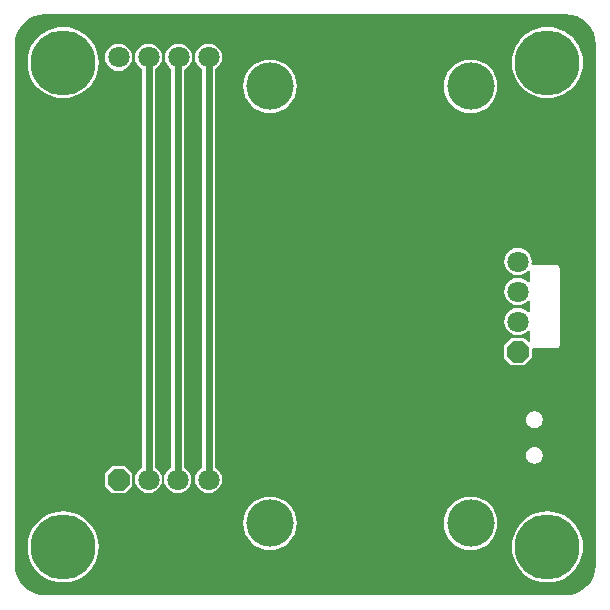
<source format=gbl>
G04 Layer_Physical_Order=2*
G04 Layer_Color=16711680*
%FSLAX44Y44*%
%MOMM*%
G71*
G01*
G75*
%ADD14C,0.6000*%
%ADD15P,1.9483X8X112.5*%
%ADD16C,1.8000*%
%ADD17P,1.9483X8X22.5*%
%ADD18C,4.0000*%
%ADD19C,5.5000*%
G36*
X475109Y495686D02*
X480022Y494196D01*
X484550Y491776D01*
X488518Y488519D01*
X491776Y484550D01*
X494196Y480022D01*
X495686Y475109D01*
X496165Y470248D01*
X496115Y470000D01*
X496115Y30000D01*
X496165Y29752D01*
X495686Y24891D01*
X494196Y19978D01*
X491776Y15450D01*
X488518Y11482D01*
X484550Y8225D01*
X480022Y5804D01*
X475109Y4314D01*
X471250Y3934D01*
X470000Y3885D01*
X470000Y3885D01*
X468730Y3885D01*
X31269Y3885D01*
X30000Y3885D01*
X28750Y3934D01*
X24891Y4314D01*
X19978Y5804D01*
X15450Y8225D01*
X11481Y11482D01*
X8225Y15450D01*
X5804Y19978D01*
X4314Y24891D01*
X3934Y28751D01*
X3885Y30000D01*
X3885Y30000D01*
X3885Y31252D01*
X3885Y470000D01*
X3835Y470248D01*
X4314Y475109D01*
X5804Y480022D01*
X8225Y484550D01*
X11481Y488519D01*
X15450Y491776D01*
X19978Y494196D01*
X24891Y495686D01*
X29752Y496165D01*
X30000Y496115D01*
X470000Y496115D01*
X470248Y496165D01*
X475109Y495686D01*
D02*
G37*
%LPC*%
G36*
X142700Y471139D02*
X139688Y470743D01*
X136880Y469580D01*
X134470Y467730D01*
X132620Y465320D01*
X131457Y462513D01*
X131060Y459500D01*
X131457Y456488D01*
X132620Y453680D01*
X134470Y451270D01*
X136351Y449826D01*
Y112151D01*
X136180Y112080D01*
X133770Y110230D01*
X131920Y107820D01*
X130757Y105013D01*
X130360Y102000D01*
X130757Y98988D01*
X131920Y96180D01*
X133770Y93770D01*
X136180Y91920D01*
X138988Y90757D01*
X142000Y90360D01*
X145013Y90757D01*
X147820Y91920D01*
X150230Y93770D01*
X152080Y96180D01*
X153243Y98988D01*
X153639Y102000D01*
X153243Y105013D01*
X152080Y107820D01*
X150230Y110230D01*
X147820Y112080D01*
X147648Y112151D01*
Y449059D01*
X148520Y449420D01*
X150930Y451270D01*
X152780Y453680D01*
X153943Y456488D01*
X154340Y459500D01*
X153943Y462513D01*
X152780Y465320D01*
X150930Y467730D01*
X148520Y469580D01*
X145712Y470743D01*
X142700Y471139D01*
D02*
G37*
G36*
X117300D02*
X114288Y470743D01*
X111480Y469580D01*
X109070Y467730D01*
X107220Y465320D01*
X106057Y462513D01*
X105660Y459500D01*
X106057Y456488D01*
X107220Y453680D01*
X109070Y451270D01*
X111480Y449420D01*
X111651Y449349D01*
Y112151D01*
X111480Y112080D01*
X109070Y110230D01*
X107220Y107820D01*
X106057Y105013D01*
X105660Y102000D01*
X106057Y98988D01*
X107220Y96180D01*
X109070Y93770D01*
X111480Y91920D01*
X114288Y90757D01*
X117300Y90360D01*
X120312Y90757D01*
X123120Y91920D01*
X125530Y93770D01*
X127380Y96180D01*
X128543Y98988D01*
X128940Y102000D01*
X128543Y105013D01*
X127380Y107820D01*
X125530Y110230D01*
X123120Y112080D01*
X122949Y112151D01*
Y449349D01*
X123120Y449420D01*
X125530Y451270D01*
X127380Y453680D01*
X128543Y456488D01*
X128940Y459500D01*
X128543Y462513D01*
X127380Y465320D01*
X125530Y467730D01*
X123120Y469580D01*
X120312Y470743D01*
X117300Y471139D01*
D02*
G37*
G36*
X96400Y113590D02*
X87400D01*
X86409Y113393D01*
X85569Y112831D01*
X81069Y108331D01*
X80507Y107491D01*
X80310Y106500D01*
Y97500D01*
X80507Y96509D01*
X81069Y95669D01*
X85569Y91169D01*
X86409Y90607D01*
X87400Y90410D01*
X96400D01*
X97391Y90607D01*
X98231Y91169D01*
X102731Y95669D01*
X103293Y96509D01*
X103490Y97500D01*
Y106500D01*
X103293Y107491D01*
X102731Y108331D01*
X98231Y112831D01*
X97391Y113393D01*
X96400Y113590D01*
D02*
G37*
G36*
X168100Y471139D02*
X165088Y470743D01*
X162280Y469580D01*
X159870Y467730D01*
X158020Y465320D01*
X156857Y462513D01*
X156460Y459500D01*
X156857Y456488D01*
X158020Y453680D01*
X159870Y451270D01*
X162280Y449420D01*
X162451Y449349D01*
Y112151D01*
X162280Y112080D01*
X159870Y110230D01*
X158020Y107820D01*
X156857Y105013D01*
X156460Y102000D01*
X156857Y98988D01*
X158020Y96180D01*
X159870Y93770D01*
X162280Y91920D01*
X165088Y90757D01*
X168100Y90360D01*
X171112Y90757D01*
X173920Y91920D01*
X176330Y93770D01*
X178180Y96180D01*
X179343Y98988D01*
X179739Y102000D01*
X179343Y105013D01*
X178180Y107820D01*
X176330Y110230D01*
X173920Y112080D01*
X173748Y112151D01*
Y449349D01*
X173920Y449420D01*
X176330Y451270D01*
X178180Y453680D01*
X179343Y456488D01*
X179739Y459500D01*
X179343Y462513D01*
X178180Y465320D01*
X176330Y467730D01*
X173920Y469580D01*
X171112Y470743D01*
X168100Y471139D01*
D02*
G37*
G36*
X455000Y75133D02*
X450286Y74762D01*
X445688Y73658D01*
X441320Y71849D01*
X437288Y69378D01*
X433693Y66307D01*
X430622Y62712D01*
X428151Y58680D01*
X426342Y54312D01*
X425238Y49714D01*
X424867Y45000D01*
X425238Y40286D01*
X426342Y35689D01*
X428151Y31320D01*
X430622Y27288D01*
X433693Y23693D01*
X437288Y20622D01*
X441320Y18152D01*
X445688Y16342D01*
X450286Y15238D01*
X455000Y14867D01*
X459714Y15238D01*
X464312Y16342D01*
X468680Y18152D01*
X472712Y20622D01*
X476307Y23693D01*
X479378Y27288D01*
X481849Y31320D01*
X483658Y35689D01*
X484762Y40286D01*
X485133Y45000D01*
X484762Y49714D01*
X483658Y54312D01*
X481849Y58680D01*
X479378Y62712D01*
X476307Y66307D01*
X472712Y69378D01*
X468680Y71849D01*
X464312Y73658D01*
X459714Y74762D01*
X455000Y75133D01*
D02*
G37*
G36*
X45000D02*
X40286Y74762D01*
X35688Y73658D01*
X31320Y71849D01*
X27288Y69378D01*
X23693Y66307D01*
X20622Y62712D01*
X18151Y58680D01*
X16342Y54312D01*
X15238Y49714D01*
X14867Y45000D01*
X15238Y40286D01*
X16342Y35689D01*
X18151Y31320D01*
X20622Y27288D01*
X23693Y23693D01*
X27288Y20622D01*
X31320Y18152D01*
X35688Y16342D01*
X40286Y15238D01*
X45000Y14867D01*
X49714Y15238D01*
X54311Y16342D01*
X58680Y18152D01*
X62712Y20622D01*
X66307Y23693D01*
X69378Y27288D01*
X71849Y31320D01*
X73658Y35689D01*
X74762Y40286D01*
X75133Y45000D01*
X74762Y49714D01*
X73658Y54312D01*
X71849Y58680D01*
X69378Y62712D01*
X66307Y66307D01*
X62712Y69378D01*
X58680Y71849D01*
X54311Y73658D01*
X49714Y74762D01*
X45000Y75133D01*
D02*
G37*
G36*
X390000Y87649D02*
X385581Y87214D01*
X381333Y85925D01*
X377417Y83832D01*
X373985Y81015D01*
X371168Y77583D01*
X369075Y73667D01*
X367786Y69419D01*
X367351Y65000D01*
X367786Y60581D01*
X369075Y56333D01*
X371168Y52417D01*
X373985Y48985D01*
X377417Y46168D01*
X381333Y44075D01*
X385581Y42786D01*
X390000Y42351D01*
X394419Y42786D01*
X398667Y44075D01*
X402583Y46168D01*
X406015Y48985D01*
X408832Y52417D01*
X410925Y56333D01*
X412214Y60581D01*
X412649Y65000D01*
X412214Y69419D01*
X410925Y73667D01*
X408832Y77583D01*
X406015Y81015D01*
X402583Y83832D01*
X398667Y85925D01*
X394419Y87214D01*
X390000Y87649D01*
D02*
G37*
G36*
X220000D02*
X215581Y87214D01*
X211333Y85925D01*
X207417Y83832D01*
X203985Y81015D01*
X201168Y77583D01*
X199075Y73667D01*
X197786Y69419D01*
X197351Y65000D01*
X197786Y60581D01*
X199075Y56333D01*
X201168Y52417D01*
X203985Y48985D01*
X207417Y46168D01*
X211333Y44075D01*
X215581Y42786D01*
X220000Y42351D01*
X224419Y42786D01*
X228667Y44075D01*
X232583Y46168D01*
X236015Y48985D01*
X238832Y52417D01*
X240925Y56333D01*
X242214Y60581D01*
X242649Y65000D01*
X242214Y69419D01*
X240925Y73667D01*
X238832Y77583D01*
X236015Y81015D01*
X232583Y83832D01*
X228667Y85925D01*
X224419Y87214D01*
X220000Y87649D01*
D02*
G37*
G36*
X45000Y485133D02*
X40286Y484762D01*
X35688Y483658D01*
X31320Y481849D01*
X27288Y479378D01*
X23693Y476307D01*
X20622Y472712D01*
X18151Y468680D01*
X16342Y464312D01*
X15238Y459714D01*
X14867Y455000D01*
X15238Y450286D01*
X16342Y445689D01*
X18151Y441320D01*
X20622Y437288D01*
X23693Y433693D01*
X27288Y430622D01*
X31320Y428152D01*
X35688Y426342D01*
X40286Y425238D01*
X45000Y424867D01*
X49714Y425238D01*
X54311Y426342D01*
X58680Y428152D01*
X62712Y430622D01*
X66307Y433693D01*
X69378Y437288D01*
X71849Y441320D01*
X73658Y445689D01*
X74762Y450286D01*
X75133Y455000D01*
X74762Y459714D01*
X73658Y464312D01*
X71849Y468680D01*
X69378Y472712D01*
X66307Y476307D01*
X62712Y479378D01*
X58680Y481849D01*
X54311Y483658D01*
X49714Y484762D01*
X45000Y485133D01*
D02*
G37*
G36*
X390000Y457649D02*
X385581Y457214D01*
X381333Y455925D01*
X377417Y453832D01*
X373985Y451015D01*
X371168Y447583D01*
X369075Y443667D01*
X367786Y439419D01*
X367351Y435000D01*
X367786Y430582D01*
X369075Y426333D01*
X371168Y422417D01*
X373985Y418985D01*
X377417Y416168D01*
X381333Y414075D01*
X385581Y412786D01*
X390000Y412351D01*
X394419Y412786D01*
X398667Y414075D01*
X402583Y416168D01*
X406015Y418985D01*
X408832Y422417D01*
X410925Y426333D01*
X412214Y430582D01*
X412649Y435000D01*
X412214Y439419D01*
X410925Y443667D01*
X408832Y447583D01*
X406015Y451015D01*
X402583Y453832D01*
X398667Y455925D01*
X394419Y457214D01*
X390000Y457649D01*
D02*
G37*
G36*
X91900Y471139D02*
X88888Y470743D01*
X86080Y469580D01*
X83670Y467730D01*
X81820Y465320D01*
X80657Y462513D01*
X80260Y459500D01*
X80657Y456488D01*
X81820Y453680D01*
X83670Y451270D01*
X86080Y449420D01*
X88888Y448257D01*
X91900Y447860D01*
X94913Y448257D01*
X97720Y449420D01*
X100130Y451270D01*
X101980Y453680D01*
X103143Y456488D01*
X103539Y459500D01*
X103143Y462513D01*
X101980Y465320D01*
X100130Y467730D01*
X97720Y469580D01*
X94913Y470743D01*
X91900Y471139D01*
D02*
G37*
G36*
X455000Y485133D02*
X450286Y484762D01*
X445688Y483658D01*
X441320Y481849D01*
X437288Y479378D01*
X433693Y476307D01*
X430622Y472712D01*
X428151Y468680D01*
X426342Y464312D01*
X425238Y459714D01*
X424867Y455000D01*
X425238Y450286D01*
X426342Y445689D01*
X428151Y441320D01*
X430622Y437288D01*
X433693Y433693D01*
X437288Y430622D01*
X441320Y428152D01*
X445688Y426342D01*
X450286Y425238D01*
X455000Y424867D01*
X459714Y425238D01*
X464312Y426342D01*
X468680Y428152D01*
X472712Y430622D01*
X476307Y433693D01*
X479378Y437288D01*
X481849Y441320D01*
X483658Y445689D01*
X484762Y450286D01*
X485133Y455000D01*
X484762Y459714D01*
X483658Y464312D01*
X481849Y468680D01*
X479378Y472712D01*
X476307Y476307D01*
X472712Y479378D01*
X468680Y481849D01*
X464312Y483658D01*
X459714Y484762D01*
X455000Y485133D01*
D02*
G37*
G36*
X444505Y159733D02*
X443495D01*
X441739Y159384D01*
X440805Y158997D01*
X439317Y158003D01*
X439317Y158003D01*
X438602Y157288D01*
X438602Y157288D01*
X437608Y155800D01*
X437221Y154866D01*
X436872Y153110D01*
Y152855D01*
X436822Y152605D01*
X436872Y152355D01*
Y152100D01*
X437221Y150344D01*
X437608Y149411D01*
X438602Y147922D01*
X438602Y147922D01*
X439317Y147208D01*
X439317Y147208D01*
X440805Y146213D01*
X441739Y145826D01*
X443495Y145477D01*
X444505D01*
X446261Y145826D01*
X447195Y146213D01*
X448683Y147208D01*
X448683Y147208D01*
X449398Y147922D01*
X449398Y147922D01*
X450392Y149411D01*
X450779Y150344D01*
X451128Y152100D01*
Y152355D01*
X451178Y152605D01*
X451128Y152855D01*
Y153110D01*
X450779Y154866D01*
X450392Y155800D01*
X449398Y157288D01*
X449398Y157288D01*
X448683Y158003D01*
X448683Y158003D01*
X447195Y158997D01*
X446261Y159384D01*
X444505Y159733D01*
D02*
G37*
G36*
Y129733D02*
X443495D01*
X441739Y129384D01*
X440805Y128997D01*
X439317Y128003D01*
X439317Y128003D01*
X438602Y127288D01*
X438602Y127288D01*
X437608Y125800D01*
X437221Y124866D01*
X436872Y123110D01*
Y122855D01*
X436822Y122605D01*
X436872Y122355D01*
Y122100D01*
X437221Y120344D01*
X437608Y119411D01*
X438602Y117922D01*
X438602Y117922D01*
X439317Y117208D01*
X439317Y117208D01*
X440805Y116213D01*
X441739Y115826D01*
X443495Y115477D01*
X444505D01*
X446261Y115826D01*
X447195Y116213D01*
X448683Y117208D01*
X448683Y117208D01*
X449398Y117922D01*
X449398Y117922D01*
X450392Y119411D01*
X450779Y120344D01*
X451128Y122100D01*
Y122355D01*
X451178Y122605D01*
X451128Y122855D01*
Y123110D01*
X450779Y124866D01*
X450392Y125800D01*
X449398Y127288D01*
X449398Y127288D01*
X448683Y128003D01*
X448683Y128003D01*
X447195Y128997D01*
X446261Y129384D01*
X444505Y129733D01*
D02*
G37*
G36*
X220000Y457649D02*
X215581Y457214D01*
X211333Y455925D01*
X207417Y453832D01*
X203985Y451015D01*
X201168Y447583D01*
X199075Y443667D01*
X197786Y439419D01*
X197351Y435000D01*
X197786Y430582D01*
X199075Y426333D01*
X201168Y422417D01*
X203985Y418985D01*
X207417Y416168D01*
X211333Y414075D01*
X215581Y412786D01*
X220000Y412351D01*
X224419Y412786D01*
X228667Y414075D01*
X232583Y416168D01*
X236015Y418985D01*
X238832Y422417D01*
X240925Y426333D01*
X242214Y430582D01*
X242649Y435000D01*
X242214Y439419D01*
X240925Y443667D01*
X238832Y447583D01*
X236015Y451015D01*
X232583Y453832D01*
X228667Y455925D01*
X224419Y457214D01*
X220000Y457649D01*
D02*
G37*
G36*
X430000Y298250D02*
X426987Y297853D01*
X424180Y296690D01*
X421770Y294841D01*
X419920Y292430D01*
X418757Y289623D01*
X418360Y286610D01*
X418757Y283598D01*
X419920Y280790D01*
X421770Y278380D01*
X424180Y276530D01*
X426987Y275367D01*
X430000Y274971D01*
X433013Y275367D01*
X435820Y276530D01*
X438230Y278380D01*
X438940Y279305D01*
X440210Y278874D01*
Y268947D01*
X438940Y268515D01*
X438230Y269441D01*
X435820Y271290D01*
X433013Y272453D01*
X430000Y272850D01*
X426987Y272453D01*
X424180Y271290D01*
X421770Y269441D01*
X419920Y267030D01*
X418757Y264223D01*
X418360Y261210D01*
X418757Y258198D01*
X419920Y255390D01*
X421770Y252980D01*
X424180Y251130D01*
X426987Y249967D01*
X430000Y249571D01*
X433013Y249967D01*
X435820Y251130D01*
X438230Y252980D01*
X438940Y253905D01*
X440210Y253474D01*
Y243547D01*
X438940Y243116D01*
X438230Y244041D01*
X435820Y245890D01*
X433013Y247053D01*
X430000Y247450D01*
X426987Y247053D01*
X424180Y245890D01*
X421770Y244041D01*
X419920Y241630D01*
X418757Y238823D01*
X418360Y235810D01*
X418757Y232798D01*
X419920Y229990D01*
X421770Y227580D01*
X424180Y225730D01*
X426987Y224567D01*
X430000Y224171D01*
X433013Y224567D01*
X435820Y225730D01*
X438230Y227580D01*
X438940Y228505D01*
X440210Y228074D01*
Y219022D01*
X439037Y218536D01*
X436331Y221241D01*
X435491Y221803D01*
X434500Y222000D01*
X425500D01*
X424509Y221803D01*
X423669Y221241D01*
X419169Y216741D01*
X418607Y215901D01*
X418410Y214910D01*
Y205910D01*
X418607Y204919D01*
X419169Y204079D01*
X423669Y199579D01*
X424509Y199018D01*
X425500Y198820D01*
X434500D01*
X435491Y199018D01*
X436331Y199579D01*
X440831Y204079D01*
X441393Y204919D01*
X441590Y205910D01*
Y212366D01*
X442800Y213420D01*
X462800D01*
X463791Y213617D01*
X464631Y214179D01*
X465193Y215019D01*
X465390Y216010D01*
Y281010D01*
X465193Y282001D01*
X464631Y282841D01*
X463791Y283403D01*
X462800Y283600D01*
X442800D01*
X442517Y283544D01*
X441364Y284517D01*
X441640Y286610D01*
X441243Y289623D01*
X440080Y292430D01*
X438230Y294841D01*
X435820Y296690D01*
X433013Y297853D01*
X430000Y298250D01*
D02*
G37*
%LPD*%
D14*
X117300Y102000D02*
Y459500D01*
X142000Y458800D02*
X142700Y459500D01*
X142000Y102000D02*
Y458800D01*
X168100Y102000D02*
Y459500D01*
D15*
X430000Y210410D02*
D03*
D16*
Y235810D02*
D03*
Y261210D02*
D03*
Y286610D02*
D03*
X117300Y102000D02*
D03*
X142000D02*
D03*
X168100D02*
D03*
X91900Y459500D02*
D03*
X168100D02*
D03*
X142700D02*
D03*
X117300D02*
D03*
D17*
X91900Y102000D02*
D03*
D18*
X220000Y65000D02*
D03*
X390000D02*
D03*
Y435000D02*
D03*
X220000D02*
D03*
D19*
X45000Y455000D02*
D03*
X455000D02*
D03*
X45000Y45000D02*
D03*
X455000D02*
D03*
M02*

</source>
